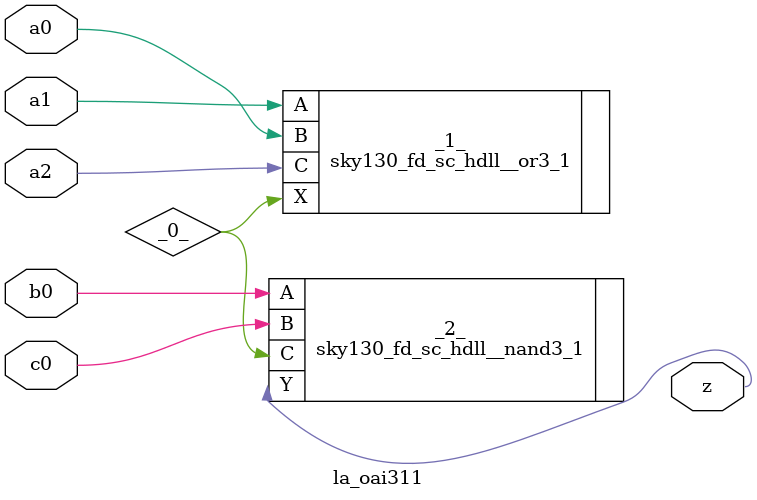
<source format=v>

/* Generated by Yosys 0.38+92 (git sha1 84116c9a3, x86_64-conda-linux-gnu-cc 11.2.0 -fvisibility-inlines-hidden -fmessage-length=0 -march=nocona -mtune=haswell -ftree-vectorize -fPIC -fstack-protector-strong -fno-plt -O2 -ffunction-sections -fdebug-prefix-map=/root/conda-eda/conda-eda/workdir/conda-env/conda-bld/yosys_1708682838165/work=/usr/local/src/conda/yosys-0.38_93_g84116c9a3 -fdebug-prefix-map=/user/projekt_pia/miniconda3/envs/sc=/usr/local/src/conda-prefix -fPIC -Os -fno-merge-constants) */

module la_oai311(a0, a1, a2, b0, c0, z);
  wire _0_;
  input a0;
  wire a0;
  input a1;
  wire a1;
  input a2;
  wire a2;
  input b0;
  wire b0;
  input c0;
  wire c0;
  output z;
  wire z;
  sky130_fd_sc_hdll__or3_1 _1_ (
    .A(a1),
    .B(a0),
    .C(a2),
    .X(_0_)
  );
  sky130_fd_sc_hdll__nand3_1 _2_ (
    .A(b0),
    .B(c0),
    .C(_0_),
    .Y(z)
  );
endmodule

</source>
